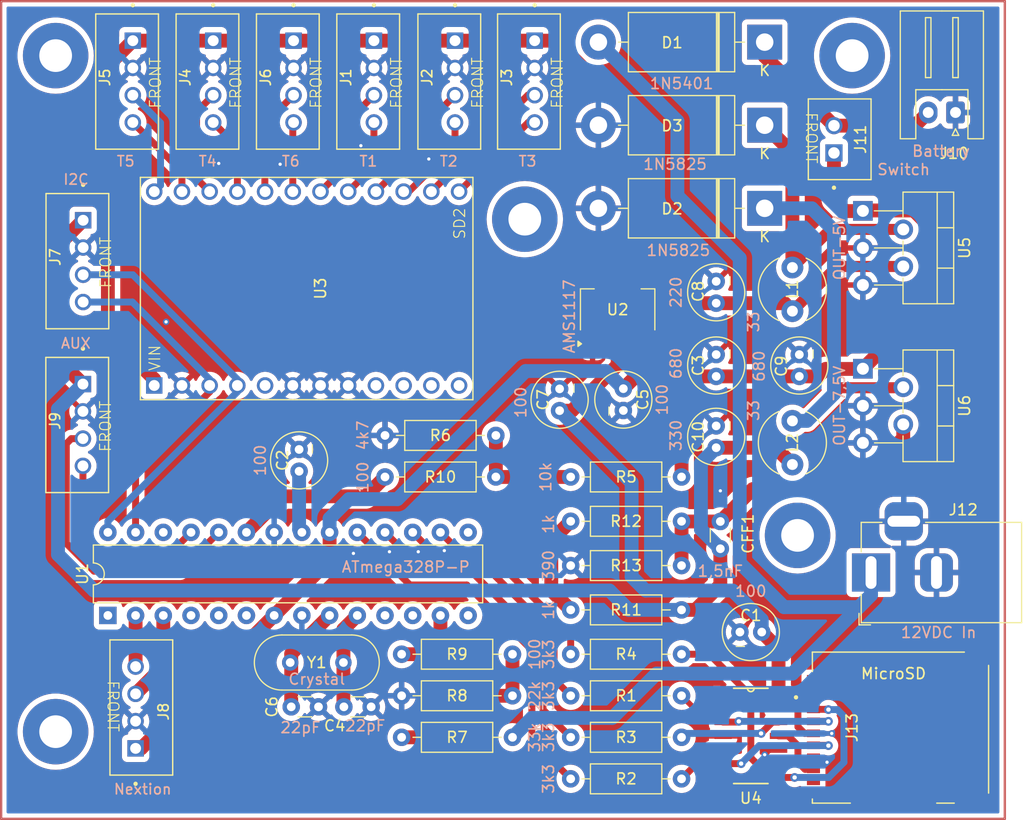
<source format=kicad_pcb>
(kicad_pcb (version 20240108) (generator "pcbnew") (generator_version "8.0")
  (layers (0 "F.Cu" signal) (31 "B.Cu" signal) (34 "B.Paste" user) (35 "F.Paste" user) (36 "B.SilkS" user "B.Silkscreen") (37 "F.SilkS" user "F.Silkscreen") (38 "B.Mask" user) (39 "F.Mask" user) (44 "Edge.Cuts" user))
  (net 0 "")
  (net 1 "Net-(U1-AREF)")
  (net 2 "Net-(U1-XTAL2{slash}PB7)")
  (net 3 "Net-(U1-XTAL1{slash}PB6)")
  (net 4 "3V3DC")
  (net 5 "5VDC")
  (net 6 "Chg_Indicator")
  (net 7 "Net-(U6-FB)")
  (net 8 "Net-(D1-A)")
  (net 9 "Net-(D1-K)")
  (net 10 "Net-(D2-K)")
  (net 11 "CLK")
  (net 12 "Net-(D3-K)")
  (net 14 "MISO")
  (net 15 "Bat_Measure")
  (net 16 "CS")
  (net 18 "RX")
  (net 19 "TX")
  (net 20 "MOSI")
  (net 21 "AUX1")
  (net 24 "Net-(U4-B0)")
  (net 25 "SCL")
  (net 26 "AUX2")
  (net 27 "SDA")
  (net 28 "Net-(U4-B1)")
  (net 29 "Net-(U4-B2)")
  (net 30 "Net-(U4-B3)")
  (net 31 "CLK_L")
  (net 32 "MISO_L")
  (net 33 "CS_L")
  (net 34 "MOSI_L")
  (net 36 "VBatt")
  (net 37 "7V5DC")
  (net 45 "SDA2")
  (net 47 "SDA4")
  (net 48 "SCL5")
  (net 49 "SCL3")
  (net 50 "SCL0")
  (net 51 "SDA1")
  (net 52 "SDA5")
  (net 53 "SCL4")
  (net 54 "SDA3")
  (net 55 "SCL1")
  (net 56 "SCL2")
  (net 57 "SDA0")
  (net 58 "Net-(R10-Pad2)")
  (net 59 "Net-(R7-Pad2)")
  (net 60 "Net-(R11-Pad2)")
  (net 66 "GND")
  (footprint "Project_Fania_Ersa:JST_B4B-XH-A_LF__SN_" (layer "F.Cu") (at 175.205 89.618 90)
    (property "Reference" "J6")
    (property "Value" "T6")
  )
  (footprint "Capacitor_THT:C_Disc_D3.0mm_W1.6mm_P2.50mm" (layer "F.Cu") (at 180.342 146.962)
    (property "Reference" "C4")
    (property "Value" "22pF")
  )
  (footprint "Project_Fania_Ersa:JST_B4B-XH-A_LF__SN_" (layer "F.Cu") (at 160.473 89.618 90)
    (property "Reference" "J5")
    (property "Value" "T5")
  )
  (footprint "Project_Fania_Ersa:SOIC127P600X175-14N" (layer "F.Cu") (at 217.64 149.629)
    (property "Reference" "U4")
    (property "Value" "IC-SD")
  )
  (footprint "Package_DIP:DIP-28_W7.62mm" (layer "F.Cu") (at 158.712 138.58 90)
    (property "Reference" "U1")
    (property "Value" "ATmega328P-P")
  )
  (footprint "Project_Fania_Ersa:JST_B4B-XH-A_LF__SN_" (layer "F.Cu") (at 190.003 89.618 90)
    (property "Reference" "J2")
    (property "Value" "T2")
  )
  (footprint "Resistor_THT:R_Axial_DIN0207_L6.3mm_D2.5mm_P10.16mm_Horizontal" (layer "F.Cu") (at 211.29 138.072 180)
    (property "Reference" "R11")
    (property "Value" "1k")
  )
  (footprint "Inductor_THT:L_Radial_D6.0mm_P4.00mm" (layer "F.Cu") (at 221.45 120.737 -90)
    (property "Reference" "L2")
    (property "Value" "33")
  )
  (footprint "Resistor_THT:R_Axial_DIN0207_L6.3mm_D2.5mm_P10.16mm_Horizontal" (layer "F.Cu") (at 184.112 125.88)
    (property "Reference" "R10")
    (property "Value" "100")
  )
  (footprint "Resistor_THT:R_Axial_DIN0207_L6.3mm_D2.5mm_P10.16mm_Horizontal" (layer "F.Cu") (at 211.29 125.88 180)
    (property "Reference" "R5")
    (property "Value" "10k")
  )
  (footprint "Project_Fania_Ersa:HRS_DM3AT-SF-PEJM5" (layer "F.Cu") (at 231.356 148.867 90)
    (property "Reference" "J13")
    (property "Value" "MicroSD")
  )
  (footprint "Capacitor_THT:C_Disc_D3.0mm_W1.6mm_P2.50mm" (layer "F.Cu") (at 175.516 146.962)
    (property "Reference" "C6")
    (property "Value" "22pF")
  )
  (footprint "Package_TO_SOT_SMD:SOT-223-3_TabPin2" (layer "F.Cu") (at 205.434 110.538 90)
    (property "Reference" "U2")
    (property "Value" "AMS1117")
  )
  (footprint "Project_Fania_Ersa:D_DO-201AD_P15.24mm_Horizontal" (layer "F.Cu") (at 218.91 101.242 180)
    (property "Reference" "D2")
    (property "Value" "1N5825")
  )
  (footprint "Project_Fania_Ersa:JST_B4B-XH-A_LF__SN_" (layer "F.Cu") (at 161.777 147.022 -90)
    (property "Reference" "J8")
    (property "Value" "Nextion")
  )
  (footprint "" (layer "F.Cu") (at 196.9244 102.238)
    (property "Reference" "")
    (property "Value" "")
  )
  (footprint "Capacitor_THT:C_Radial_D5.0mm_H11.0mm_P2.00mm" (layer "F.Cu") (at 214.465 116.657 90)
    (property "Reference" "C3")
    (property "Value" "680")
  )
  (footprint "Resistor_THT:R_Axial_DIN0207_L6.3mm_D2.5mm_P10.16mm_Horizontal" (layer "F.Cu") (at 185.636 142.136)
    (property "Reference" "R9")
    (property "Value" "100")
  )
  (footprint "Resistor_THT:R_Axial_DIN0207_L6.3mm_D2.5mm_P10.16mm_Horizontal" (layer "F.Cu") (at 201.13 153.566)
    (property "Reference" "R2")
    (property "Value" "3k3")
  )
  (footprint "Capacitor_THT:C_Disc_D3.0mm_W1.6mm_P2.50mm" (layer "F.Cu") (at 214.846 132.464 90)
    (property "Reference" "CFF1")
    (property "Value" "1,5nF")
  )
  (footprint "Resistor_THT:R_Axial_DIN0207_L6.3mm_D2.5mm_P10.16mm_Horizontal" (layer "F.Cu") (at 201.13 145.946)
    (property "Reference" "R1")
    (property "Value" "3k3")
  )
  (footprint "Capacitor_THT:C_Radial_D5.0mm_H11.0mm_P2.00mm" (layer "F.Cu") (at 214.465 109.942 90)
    (property "Reference" "C8")
    (property "Value" "220")
  )
  (footprint "Inductor_THT:L_Radial_D6.0mm_P4.00mm" (layer "F.Cu") (at 221.45 106.672 -90)
    (property "Reference" "L1")
    (property "Value" "33")
  )
  (footprint "Resistor_THT:R_Axial_DIN0207_L6.3mm_D2.5mm_P10.16mm_Horizontal" (layer "F.Cu") (at 201.13 129.944)
    (property "Reference" "R12")
    (property "Value" "1k")
  )
  (footprint "Package_TO_SOT_THT:TO-220-5_P3.4x3.7mm_StaggerOdd_Lead3.8mm_Vertical" (layer "F.Cu") (at 227.91 101.476 -90)
    (property "Reference" "U5")
    (property "Value" "OUT-5V")
  )
  (footprint "Connector_JST:JST_XH_S2B-XH-A_1x02_P2.50mm_Horizontal" (layer "F.Cu") (at 236.4 92.4536 180)
    (property "Reference" "J10")
    (property "Value" "Battery")
  )
  (footprint "" (layer "F.Cu") (at 153.9244 149.238)
    (property "Reference" "")
    (property "Value" "")
  )
  (footprint "Project_Fania_Ersa:JST_B4B-XH-A_LF__SN_" (layer "F.Cu") (at 167.839 89.618 90)
    (property "Reference" "J4")
    (property "Value" "T4")
  )
  (footprint "Connector_BarrelJack:BarrelJack_Horizontal" (layer "F.Cu") (at 228.658 134.643 180)
    (property "Reference" "J12")
    (property "Value" "12VDC In")
  )
  (footprint "Resistor_THT:R_Axial_DIN0207_L6.3mm_D2.5mm_P10.16mm_Horizontal" (layer "F.Cu") (at 195.796 149.756 180)
    (property "Reference" "R7")
    (property "Value" "33k")
  )
  (footprint "Capacitor_THT:C_Radial_D5.0mm_H11.0mm_P2.00mm" (layer "F.Cu") (at 200.114 119.8 90)
    (property "Reference" "C7")
    (property "Value" "100")
  )
  (footprint "Capacitor_THT:C_Radial_D5.0mm_H11.0mm_P2.00mm" (layer "F.Cu") (at 214.465 123.197 90)
    (property "Reference" "C10")
    (property "Value" "330")
  )
  (footprint "Project_Fania_Ersa:D_DO-201AD_P15.24mm_Horizontal" (layer "F.Cu") (at 218.91 93.622 180)
    (property "Reference" "D3")
    (property "Value" "1N5825")
  )
  (footprint "Resistor_THT:R_Axial_DIN0207_L6.3mm_D2.5mm_P10.16mm_Horizontal" (layer "F.Cu") (at 201.13 134.008)
    (property "Reference" "R13")
    (property "Value" "390")
  )
  (footprint "Capacitor_THT:C_Radial_D5.0mm_H11.0mm_P2.00mm" (layer "F.Cu") (at 176.238 125.356 90)
    (property "Reference" "C2")
    (property "Value" "100")
  )
  (footprint "Package_TO_SOT_THT:TO-220-5_P3.4x3.7mm_StaggerOdd_Lead3.8mm_Vertical" (layer "F.Cu") (at 227.91 115.954 -90)
    (property "Reference" "U6")
    (property "Value" "OUT-7,5V")
  )
  (footprint "Resistor_THT:R_Axial_DIN0207_L6.3mm_D2.5mm_P10.16mm_Horizontal" (layer "F.Cu") (at 201.13 149.756)
    (property "Reference" "R3")
    (property "Value" "3k3")
  )
  (footprint "Project_Fania_Ersa:JST_B4B-XH-A_LF__SN_" (layer "F.Cu") (at 155.901 121.114 90)
    (property "Reference" "J9")
    (property "Value" "AUX")
  )
  (footprint "Project_Fania_Ersa:JST_B4B-XH-A_LF__SN_" (layer "F.Cu") (at 182.571 89.618 90)
    (property "Reference" "J1")
    (property "Value" "T1")
  )
  (footprint "Capacitor_THT:C_Radial_D5.0mm_H11.0mm_P2.00mm" (layer "F.Cu") (at 218.64 140.104 180)
    (property "Reference" "C1")
    (property "Value" "100")
  )
  (footprint "Resistor_THT:R_Axial_DIN0207_L6.3mm_D2.5mm_P10.16mm_Horizontal" (layer "F.Cu") (at 194.272 122.07 180)
    (property "Reference" "R6")
    (property "Value" "4k7")
  )
  (footprint "Resistor_THT:R_Axial_DIN0207_L6.3mm_D2.5mm_P10.16mm_Horizontal" (layer "F.Cu") (at 201.13 142.136)
    (property "Reference" "R4")
    (property "Value" "3k3")
  )
  (footprint "Project_Fania_Ersa:JST_B2B-XH-A" (layer "F.Cu") (at 225.785 94.912 -90)
    (property "Reference" "J11")
    (property "Value" "Switch")
  )
  (footprint "Project_Fania_Ersa:JST_B4B-XH-A_LF__SN_" (layer "F.Cu") (at 155.918 106.088 90)
    (property "Reference" "J7")
    (property "Value" "I2C")
  )
  (footprint "Project_Fania_Ersa:JST_B4B-XH-A_LF__SN_" (layer "F.Cu") (at 197.303 89.618 90)
    (property "Reference" "J3")
    (property "Value" "T3")
  )
  (footprint "Resistor_THT:R_Axial_DIN0207_L6.3mm_D2.5mm_P10.16mm_Horizontal" (layer "F.Cu") (at 195.796 145.946 180)
    (property "Reference" "R8")
    (property "Value" "22k")
  )
  (footprint "Capacitor_THT:C_Radial_D5.0mm_H11.0mm_P2.00mm" (layer "F.Cu") (at 222.085 116.657 90)
    (property "Reference" "C9")
    (property "Value" "680")
  )
  (footprint "Capacitor_THT:C_Radial_D5.0mm_H11.0mm_P2.00mm" (layer "F.Cu") (at 205.956 117.784 -90)
    (property "Reference" "C5")
    (property "Value" "100")
  )
  (footprint "" (layer "F.Cu") (at 226.9244 87.238)
    (property "Reference" "")
    (property "Value" "")
  )
  (footprint "Crystal:Crystal_HC49-4H_Vertical" (layer "F.Cu") (at 180.302 142.898 180)
    (property "Reference" "Y1")
    (property "Value" "Crystal")
  )
  (footprint "Project_Fania_Ersa:PCA9548A" (layer "F.Cu") (at 178.2 108.6 90)
    (property "Reference" "U3")
    (property "Value" "PCA9548A_Board")
  )
  (footprint "Project_Fania_Ersa:D_DO-201AD_P15.24mm_Horizontal" (layer "F.Cu") (at 218.91 86.002 180)
    (property "Reference" "D1")
    (property "Value" "1N5401")
  )
  (footprint "" (layer "F.Cu") (at 153.9244 87.238)
    (property "Reference" "")
    (property "Value" "")
  )
  (footprint "" (layer "F.Cu") (at 221.9244 131.238)
    (property "Reference" "")
    (property "Value" "")
  )
  (gr_rect (start 148.9244 82.238) (end 240.9244 157.238) (stroke (width 0.2)) (fill none) (layer "F.Cu"))
  (gr_rect (start 148.9244 82.238) (end 240.9244 157.238) (stroke (width 0.05)) (fill none) (layer "Edge.Cuts"))
  (segment (start 176.238 125.356) (end 176.238 130.706) (width 1.27) (layer "B.Cu") (net 1))
  (segment (start 176.238 130.706) (end 176.492 130.96) (width 1.27) (layer "B.Cu") (net 1))
  (segment (start 180.302 146.922) (end 180.302 139.85) (width 1.27) (layer "F.Cu") (net 2))
  (segment (start 180.302 139.85) (end 181.572 138.58) (width 1.27) (layer "F.Cu") (net 2))
  (segment (start 180.342 146.962) (end 180.302 146.922) (width 1.27) (layer "F.Cu") (net 2))
  (segment (start 175.516 146.962) (end 175.516 142.096) (width 1.27) (layer "F.Cu") (net 3))
  (segment (start 175.516 142.096) (end 179.032 138.58) (width 1.27) (layer "F.Cu") (net 3))
  (segment (start 201.24537 119.8) (end 200.114 119.8) (width 1.27) (layer "F.Cu") (net 4))
  (segment (start 223.381 149.392) (end 222.558968 149.392) (width 0.635) (layer "F.Cu") (net 4))
  (segment (start 207.9 94) (end 199.768 85.868) (width 1.27) (layer "F.Cu") (net 4))
  (segment (start 205.434 115.61137) (end 201.24537 119.8) (width 1.27) (layer "F.Cu") (net 4))
  (segment (start 158.712 112.672) (end 162.96 116.92) (width 1.27) (layer "F.Cu") (net 4))
  (segment (start 221.069 145.819) (end 220.18 145.819) (width 0.635) (layer "F.Cu") (net 4))
  (segment (start 160.998 85.868) (end 197.828 85.868) (width 1.27) (layer "F.Cu") (net 4))
  (segment (start 199.768 85.868) (end 197.828 85.868) (width 1.27) (layer "F.Cu") (net 4))
  (segment (start 221.958 148.791032) (end 221.958 146.708) (width 0.635) (layer "F.Cu") (net 4))
  (segment (start 207.9 104.478) (end 207.9 94) (width 1.27) (layer "F.Cu") (net 4))
  (segment (start 162.96 116.92) (end 162.96 117.49) (width 1.27) (layer "F.Cu") (net 4))
  (segment (start 205.434 107.388) (end 205.434 113.688) (width 1.27) (layer "F.Cu") (net 4))
  (segment (start 158.712 88.154) (end 158.712 112.672) (width 1.27) (layer "F.Cu") (net 4))
  (segment (start 221.958 146.708) (end 221.069 145.819) (width 0.635) (layer "F.Cu") (net 4))
  (segment (start 160.998 85.868) (end 158.712 88.154) (width 1.27) (layer "F.Cu") (net 4))
  (segment (start 220.18 141.644) (end 218.64 140.104) (width 1.27) (layer "F.Cu") (net 4))
  (segment (start 222.558968 149.392) (end 221.958 148.791032) (width 0.635) (layer "F.Cu") (net 4))
  (segment (start 220.18 145.819) (end 220.18 141.644) (width 1.27) (layer "F.Cu") (net 4))
  (segment (start 205.434 113.688) (end 205.434 115.61137) (width 1.27) (layer "F.Cu") (net 4))
  (segment (start 204.99 107.388) (end 207.9 104.478) (width 1.27) (layer "F.Cu") (net 4))
  (segment (start 205.434 107.388) (end 204.99 107.388) (width 1.27) (layer "F.Cu") (net 4))
  (segment (start 215.96137 136.294) (end 218.64 138.97263) (width 1.27) (layer "B.Cu") (net 4))
  (segment (start 200.114 119.8) (end 206.718 126.404) (width 1.27) (layer "B.Cu") (net 4))
  (segment (start 206.718 135.024) (end 207.988 136.294) (width 1.27) (layer "B.Cu") (net 4))
  (segment (start 218.64 138.97263) (end 218.64 140.104) (width 1.27) (layer "B.Cu") (net 4))
  (segment (start 207.988 136.294) (end 215.96137 136.294) (width 1.27) (layer "B.Cu") (net 4))
  (segment (start 206.718 126.404) (end 206.718 135.024) (width 1.27) (layer "B.Cu") (net 4))
  (segment (start 231.61 106.576) (end 225.546 106.576) (width 1.016) (layer "F.Cu") (net 5))
  (segment (start 207.734 116.006) (end 205.956 117.784) (width 1.27) (layer "F.Cu") (net 5))
  (segment (start 211.48 109.942) (end 207.734 113.688) (width 1.27) (layer "F.Cu") (net 5))
  (segment (start 207.734 113.688) (end 207.734 116.006) (width 1.27) (layer "F.Cu") (net 5))
  (segment (start 225.546 106.576) (end 221.45 110.672) (width 1.016) (layer "F.Cu") (net 5))
  (segment (start 179.032 133.5) (end 179.032 130.96) (width 1.27) (layer "F.Cu") (net 5))
  (segment (start 214.465 109.942) (end 220.72 109.942) (width 1.27) (layer "F.Cu") (net 5))
  (segment (start 173.952 138.58) (end 179.032 133.5) (width 1.27) (layer "F.Cu") (net 5))
  (segment (start 161.76 150.772) (end 161.252 150.772) (width 1.27) (layer "F.Cu") (net 5))
  (segment (start 220.72 109.942) (end 221.45 110.672) (width 1.27) (layer "F.Cu") (net 5))
  (segment (start 214.465 109.942) (end 211.48 109.942) (width 1.27) (layer "F.Cu") (net 5))
  (segment (start 173.952 138.58) (end 161.76 150.772) (width 1.27) (layer "F.Cu") (net 5))
  (segment (start 204.337 116.165) (end 205.956 117.784) (width 1.27) (layer "B.Cu") (net 5))
  (segment (start 179.032 130.96) (end 179.032 129.69) (width 1.27) (layer "B.Cu") (net 5))
  (segment (start 179.032 129.69) (end 180.81 127.912) (width 1.27) (layer "B.Cu") (net 5))
  (segment (start 185.255 127.912) (end 197.002 116.165) (width 1.27) (layer "B.Cu") (net 5))
  (segment (start 180.81 127.912) (end 185.255 127.912) (width 1.27) (layer "B.Cu") (net 5))
  (segment (start 197.002 116.165) (end 204.337 116.165) (width 1.27) (layer "B.Cu") (net 5))
  (segment (start 189.192 140.612) (end 189.192 138.58) (width 1.27) (layer "F.Cu") (net 6))
  (segment (start 187.668 142.136) (end 189.192 140.612) (width 1.27) (layer "F.Cu") (net 6))
  (segment (start 185.636 142.136) (end 187.668 142.136) (width 1.27) (layer "F.Cu") (net 6))
  (segment (start 217.81 127) (end 214.846 129.964) (width 1.27) (layer "F.Cu") (net 7))
  (segment (start 211.29 134.008) (end 211.29 129.944) (width 1.27) (layer "F.Cu") (net 7))
  (segment (start 226.936792 127) (end 217.81 127) (width 1.27) (layer "F.Cu") (net 7))
  (segment (start 211.31 129.964) (end 211.29 129.944) (width 1.27) (layer "F.Cu") (net 7))
  (segment (start 231.61 121.054) (end 231.61 122.326792) (width 1.27) (layer "F.Cu") (net 7))
  (segment (start 231.61 122.326792) (end 226.936792 127) (width 1.27) (layer "F.Cu") (net 7))
  (segment (start 214.846 129.964) (end 211.31 129.964) (width 1.27) (layer "F.Cu") (net 7))
  (segment (start 221.45 143.914) (end 228.054 137.31) (width 1.27) (layer "B.Cu") (net 8))
  (segment (start 220.688 137.818) (end 216.624 133.754) (width 1.27) (layer "B.Cu") (net 8))
  (segment (start 204.94 147.978) (end 209.004 143.914) (width 1.27) (layer "B.Cu") (net 8))
  (segment (start 228.658 134.643) (end 228.658 136.706) (width 1.27) (layer "B.Cu") (net 8))
  (segment (start 216.624 105.814) (end 210.909 100.099) (width 1.27) (layer "B.Cu") (net 8))
  (segment (start 197.574 147.978) (end 204.94 147.978) (width 1.27) (layer "B.Cu") (net 8))
  (segment (start 195.796 149.756) (end 197.574 147.978) (width 1.27) (layer "B.Cu") (net 8))
  (segment (start 210.909 100.099) (end 210.909 93.241) (width 1.27) (layer "B.Cu") (net 8))
  (segment (start 228.054 137.31) (end 227.546 137.818) (width 1.27) (layer "B.Cu") (net 8))
  (segment (start 209.004 143.914) (end 221.45 143.914) (width 1.27) (layer "B.Cu") (net 8))
  (segment (start 210.909 93.241) (end 203.67 86.002) (width 1.27) (layer "B.Cu") (net 8))
  (segment (start 216.624 133.754) (end 216.624 105.814) (width 1.27) (layer "B.Cu") (net 8))
  (segment (start 227.546 137.818) (end 220.688 137.818) (width 1.27) (layer "B.Cu") (net 8))
  (segment (start 228.658 136.706) (end 228.054 137.31) (width 1.27) (layer "B.Cu") (net 8))
  (segment (start 218.91 87.312) (end 225.26 93.662) (width 1.27) (layer "F.Cu") (net 9))
  (segment (start 225.26 93.662) (end 232.6916 93.662) (width 1.27) (layer "F.Cu") (net 9))
  (segment (start 232.6916 93.662) (end 233.9 92.4536) (width 1.27) (layer "F.Cu") (net 9))
  (segment (start 218.91 86.002) (end 218.91 87.312) (width 1.27) (layer "F.Cu") (net 9))
  (segment (start 231.564 117.7) (end 225.82 117.7) (width 1.016) (layer "F.Cu") (net 10))
  (segment (start 231.61 117.654) (end 231.564 117.7) (width 1.016) (layer "F.Cu") (net 10))
  (segment (start 225.82 117.7) (end 222.783 120.737) (width 1.016) (layer "F.Cu") (net 10))
  (segment (start 222.783 120.737) (end 221.45 120.737) (width 1.016) (layer "F.Cu") (net 10))
  (segment (start 222.783 120.737) (end 221.45 120.737) (width 1.27) (layer "B.Cu") (net 10))
  (segment (start 223.228 101.242) (end 225.26 103.274) (width 1.27) (layer "B.Cu") (net 10))
  (segment (start 218.91 101.242) (end 223.228 101.242) (width 1.27) (layer "B.Cu") (net 10))
  (segment (start 225.26 103.274) (end 225.26 118.26) (width 1.27) (layer "B.Cu") (net 10))
  (segment (start 225.26 118.26) (end 222.783 120.737) (width 1.27) (layer "B.Cu") (net 10))
  (segment (start 181.572 130.96) (end 186.398 135.786) (width 0.635) (layer "F.Cu") (net 11))
  (segment (start 197.574 141.755) (end 197.574 150.01) (width 0.635) (layer "F.Cu") (net 11))
  (segment (start 191.605 135.786) (end 197.574 141.755) (width 0.635) (layer "F.Cu") (net 11))
  (segment (start 186.398 135.786) (end 191.605 135.786) (width 0.635) (layer "F.Cu") (net 11))
  (segment (start 197.574 150.01) (end 201.13 153.566) (width 0.635) (layer "F.Cu") (net 11))
  (segment (start 221.45 96.162) (end 221.45 106.672) (width 1.27) (layer "F.Cu") (net 12))
  (segment (start 231.61 103.176) (end 224.946 103.176) (width 1.016) (layer "F.Cu") (net 12))
  (segment (start 224.946 103.176) (end 221.45 106.672) (width 1.016) (layer "F.Cu") (net 12))
  (segment (start 218.91 93.622) (end 221.45 96.162) (width 1.27) (layer "F.Cu") (net 12))
  (segment (start 192.24 134.77) (end 198.59 141.12) (width 0.635) (layer "F.Cu") (net 14))
  (segment (start 187.922 134.77) (end 192.24 134.77) (width 0.635) (layer "F.Cu") (net 14))
  (segment (start 198.59 147.216) (end 201.13 149.756) (width 0.635) (layer "F.Cu") (net 14))
  (segment (start 198.59 141.12) (end 198.59 147.216) (width 0.635) (layer "F.Cu") (net 14))
  (segment (start 184.112 130.96) (end 187.922 134.77) (width 0.635) (layer "F.Cu") (net 14))
  (segment (start 174.714 127.658) (end 171.412 130.96) (width 1.27) (layer "F.Cu") (net 15))
  (segment (start 182.334 127.658) (end 174.714 127.658) (width 1.27) (layer "F.Cu") (net 15))
  (segment (start 184.112 125.88) (end 182.334 127.658) (width 1.27) (layer "F.Cu") (net 15))
  (segment (start 193.51 132.738) (end 201.13 140.358) (width 0.635) (layer "F.Cu") (net 16))
  (segment (start 190.97 132.738) (end 193.51 132.738) (width 0.635) (layer "F.Cu") (net 16))
  (segment (start 189.192 130.96) (end 190.97 132.738) (width 0.635) (layer "F.Cu") (net 16))
  (segment (start 201.13 140.358) (end 201.13 142.136) (width 0.635) (layer "F.Cu") (net 16))
  (segment (start 161.252 138.58) (end 161.252 143.272) (width 1.27) (layer "F.Cu") (net 18))
  (segment (start 163.792 138.58) (end 163.792 143.232) (width 1.27) (layer "F.Cu") (net 19))
  (segment (start 163.792 143.232) (end 161.252 145.772) (width 1.27) (layer "F.Cu") (net 19))
  (segment (start 193.002 133.754) (end 199.606 140.358) (width 0.635) (layer "F.Cu") (net 20))
  (segment (start 199.606 140.358) (end 199.606 144.422) (width 0.635) (layer "F.Cu") (net 20))
  (segment (start 189.446 133.754) (end 193.002 133.754) (width 0.635) (layer "F.Cu") (net 20))
  (segment (start 186.652 130.96) (end 189.446 133.754) (width 0.635) (layer "F.Cu") (net 20))
  (segment (start 199.606 144.422) (end 201.13 145.946) (width 0.635) (layer "F.Cu") (net 20))
  (segment (start 155.37 122.364) (end 154.902 122.832) (width 0.635) (layer "F.Cu") (net 21))
  (segment (start 157.442 134.516) (end 165.316 134.516) (width 0.635) (layer "F.Cu") (net 21))
  (segment (start 165.316 134.516) (end 168.872 130.96) (width 0.635) (layer "F.Cu") (net 21))
  (segment (start 154.902 122.832) (end 154.902 131.976) (width 0.635) (layer "F.Cu") (net 21))
  (segment (start 154.902 131.976) (end 157.442 134.516) (width 0.635) (layer "F.Cu") (net 21))
  (segment (start 156.426 122.364) (end 155.37 122.364) (width 0.635) (layer "F.Cu") (net 21))
  (segment (start 215.1 147.089) (end 212.433 147.089) (width 0.508) (layer "F.Cu") (net 24))
  (segment (start 212.433 147.089) (end 211.29 145.946) (width 0.508) (layer "F.Cu") (net 24))
  (segment (start 160.998 107.338) (end 170.58 116.92) (width 0.635) (layer "B.Cu") (net 25))
  (segment (start 170.58 116.92) (end 170.58 117.49) (width 0.635) (layer "B.Cu") (net 25))
  (segment (start 170.58 117.49) (end 170.58 118.076) (width 0.635) (layer "B.Cu") (net 25))
  (segment (start 156.443 107.338) (end 160.998 107.338) (width 0.635) (layer "B.Cu") (net 25))
  (segment (start 170.58 118.076) (end 158.712 129.944) (width 0.635) (layer "B.Cu") (net 25))
  (segment (start 158.712 129.944) (end 158.712 130.96) (width 0.635) (layer "B.Cu") (net 25))
  (segment (start 156.426 131.722) (end 157.95 133.246) (width 0.635) (layer "F.Cu") (net 26))
  (segment (start 157.95 133.246) (end 164.046 133.246) (width 0.635) (layer "F.Cu") (net 26))
  (segment (start 164.046 133.246) (end 166.332 130.96) (width 0.635) (layer "F.Cu") (net 26))
  (segment (start 156.426 124.864) (end 156.426 131.722) (width 0.635) (layer "F.Cu") (net 26))
  (segment (start 168.04 117.49) (end 168.04 118.076) (width 0.635) (layer "F.Cu") (net 27))
  (segment (start 168.04 118.076) (end 161.252 124.864) (width 0.635) (layer "F.Cu") (net 27))
  (segment (start 161.252 124.864) (end 161.252 130.96) (width 0.635) (layer "F.Cu") (net 27))
  (segment (start 160.958 109.838) (end 168.04 116.92) (width 0.635) (layer "B.Cu") (net 27))
  (segment (start 156.443 109.838) (end 160.958 109.838) (width 0.635) (layer "B.Cu") (net 27))
  (segment (start 168.04 116.92) (end 168.04 117.49) (width 0.635) (layer "B.Cu") (net 27))
  (segment (start 211.29 153.566) (end 213.957 150.899) (width 0.635) (layer "F.Cu") (net 28))
  (segment (start 213.957 150.899) (end 215.1 150.899) (width 0.635) (layer "F.Cu") (net 28))
  (segment (start 220.18 148.359) (end 219.6212 148.359) (width 0.635) (layer "F.Cu") (net 29))
  (segment (start 219.6212 148.359) (end 218.5798 149.4004) (width 0.635) (layer "F.Cu") (net 29))
  (via (at 218.5798 149.4004) (size 0.8) (drill 0.4) (layers "F.Cu" "B.Cu") (net 29))
  (segment (start 218.5798 149.4004) (end 211.6456 149.4004) (width 0.635) (layer "B.Cu") (net 29))
  (segment (start 211.6456 149.4004) (end 211.29 149.756) (width 0.635) (layer "B.Cu") (net 29))
  (segment (start 217.64 145.946) (end 217.64 151.6356) (width 0.635) (layer "F.Cu") (net 30))
  (segment (start 218.1734 152.169) (end 220.18 152.169) (width 0.635) (layer "F.Cu") (net 30))
  (segment (start 211.29 142.136) (end 213.83 142.136) (width 0.635) (layer "F.Cu") (net 30))
  (segment (start 217.64 151.6356) (end 218.1734 152.169) (width 0.635) (layer "F.Cu") (net 30))
  (segment (start 213.83 142.136) (end 217.64 145.946) (width 0.635) (layer "F.Cu") (net 30))
  (segment (start 223.381 150.492) (end 224.472 150.492) (width 0.635) (layer "F.Cu") (net 31))
  (segment (start 215.1 152.169) (end 216.751 152.169) (width 0.635) (layer "F.Cu") (net 31))
  (via (at 224.752 150.518) (size 0.8) (drill 0.4) (layers "F.Cu" "B.Cu") (net 31))
  (via (at 216.751 152.169) (size 0.8) (drill 0.4) (layers "F.Cu" "B.Cu") (net 31))
  (segment (start 218.402 150.518) (end 216.751 152.169) (width 0.635) (layer "B.Cu") (net 31))
  (segment (start 224.752 150.518) (end 218.402 150.518) (width 0.635) (layer "B.Cu") (net 31))
  (segment (start 221.958 152.042) (end 221.958 150.518) (width 0.635) (layer "F.Cu") (net 32))
  (segment (start 222.608 152.692) (end 221.958 152.042) (width 0.635) (layer "F.Cu") (net 32))
  (segment (start 221.958 150.518) (end 221.069 149.629) (width 0.635) (layer "F.Cu") (net 32))
  (segment (start 223.381 152.692) (end 222.608 152.692) (width 0.635) (layer "F.Cu") (net 32))
  (segment (start 221.069 149.629) (end 220.18 149.629) (width 0.635) (layer "F.Cu") (net 32))
  (segment (start 224.728 147.192) (end 223.381 147.192) (width 0.635) (layer "F.Cu") (net 33))
  (segment (start 221.6532 153.439) (end 220.18 153.439) (width 0.635) (layer "F.Cu") (net 33))
  (segment (start 224.728 147.192) (end 224.474 147.192) (width 0.635) (layer "F.Cu") (net 33))
  (segment (start 224.752 147.216) (end 224.728 147.192) (width 0.635) (layer "F.Cu") (net 33))
  (via (at 224.752 147.216) (size 0.8) (drill 0.4) (layers "F.Cu" "B.Cu") (net 33))
  (via (at 221.6532 153.439) (size 0.8) (drill 0.4) (layers "F.Cu" "B.Cu") (net 33))
  (segment (start 226.1744 147.8256) (end 225.5648 147.216) (width 0.635) (layer "B.Cu") (net 33))
  (segment (start 224.7774 153.439) (end 226.1744 152.042) (width 0.635) (layer "B.Cu") (net 33))
  (segment (start 226.1744 152.042) (end 226.1744 147.8256) (width 0.635) (layer "B.Cu") (net 33))
  (segment (start 225.5648 147.216) (end 224.752 147.216) (width 0.635) (layer "B.Cu") (net 33))
  (segment (start 221.6532 153.439) (end 224.7774 153.439) (width 0.635) (layer "B.Cu") (net 33))
  (segment (start 216.5386 148.292) (end 216.4716 148.359) (width 0.635) (layer "F.Cu") (net 34))
  (segment (start 216.4716 148.359) (end 215.1 148.359) (width 0.635) (layer "F.Cu") (net 34))
  (segment (start 224.752 148.292) (end 223.381 148.292) (width 0.635) (layer "F.Cu") (net 34))
  (via (at 216.5386 148.292) (size 0.8) (drill 0.4) (layers "F.Cu" "B.Cu") (net 34))
  (via (at 224.752 148.292) (size 0.8) (drill 0.4) (layers "F.Cu" "B.Cu") (net 34))
  (segment (start 216.5386 148.292) (end 224.752 148.292) (width 0.635) (layer "B.Cu") (net 34))
  (segment (start 223.815 116.657) (end 222.085 116.657) (width 1.27) (layer "F.Cu") (net 36))
  (segment (start 212.639 116.657) (end 211.29 118.006) (width 1.27) (layer "F.Cu") (net 36))
  (segment (start 232.571 101.441) (end 227.945 101.441) (width 1.27) (layer "F.Cu") (net 36))
  (segment (start 227.89 101.496) (end 226.276 101.496) (width 1.27) (layer "F.Cu") (net 36))
  (segment (start 227.89 115.974) (end 224.498 115.974) (width 1.27) (layer "F.Cu") (net 36))
  (segment (start 234.658 103.528) (end 232.571 101.441) (width 1.27) (layer "F.Cu") (net 36))
  (segment (start 225.26 100.48) (end 225.26 96.162) (width 1.27) (layer "F.Cu") (net 36))
  (segment (start 227.945 101.441) (end 227.91 101.476) (width 1.27) (layer "F.Cu") (net 36))
  (segment (start 226.276 101.496) (end 225.26 100.48) (width 1.27) (layer "F.Cu") (net 36))
  (segment (start 214.465 116.657) (end 212.639 116.657) (width 1.27) (layer "F.Cu") (net 36))
  (segment (start 224.498 115.974) (end 223.815 116.657) (width 1.27) (layer "F.Cu") (net 36))
  (segment (start 227.91 115.954) (end 234.658 109.206) (width 1.27) (layer "F.Cu") (net 36))
  (segment (start 222.085 116.657) (end 214.465 116.657) (width 1.27) (layer "F.Cu") (net 36))
  (segment (start 227.91 101.476) (end 227.89 101.496) (width 1.27) (layer "F.Cu") (net 36))
  (segment (start 234.658 109.206) (end 234.658 103.528) (width 1.27) (layer "F.Cu") (net 36))
  (segment (start 227.91 115.954) (end 227.89 115.974) (width 1.27) (layer "F.Cu") (net 36))
  (segment (start 211.29 118.006) (end 211.29 125.88) (width 1.27) (layer "F.Cu") (net 36))
  (segment (start 219.91 123.197) (end 221.45 124.737) (width 1.27) (layer "F.Cu") (net 37))
  (segment (start 156.426 117.364) (end 154.14 115.078) (width 1.27) (layer "F.Cu") (net 37))
  (segment (start 212.56 138.072) (end 214.846 135.786) (width 1.27) (layer "F.Cu") (net 37))
  (segment (start 211.29 138.072) (end 212.56 138.072) (width 1.27) (layer "F.Cu") (net 37))
  (segment (start 154.14 115.078) (end 154.14 104.641) (width 1.27) (layer "F.Cu") (net 37))
  (segment (start 214.465 123.197) (end 219.91 123.197) (width 1.27) (layer "F.Cu") (net 37))
  (segment (start 154.14 104.641) (end 156.443 102.338) (width 1.27) (layer "F.Cu") (net 37))
  (segment (start 214.846 135.786) (end 214.846 132.464) (width 1.27) (layer "F.Cu") (net 37))
  (segment (start 206.464 138.072) (end 204.686 136.294) (width 1.27) (layer "B.Cu") (net 37))
  (segment (start 154.14 132.992) (end 154.14 119.65) (width 1.27) (layer "B.Cu") (net 37))
  (segment (start 204.686 136.294) (end 157.442 136.294) (width 1.27) (layer "B.Cu") (net 37))
  (segment (start 213.068 124.594) (end 213.068 130.686) (width 1.27) (layer "B.Cu") (net 37))
  (segment (start 213.068 130.686) (end 214.846 132.464) (width 1.27) (layer "B.Cu") (net 37))
  (segment (start 157.442 136.294) (end 154.14 132.992) (width 1.27) (layer "B.Cu") (net 37))
  (segment (start 214.465 123.197) (end 213.068 124.594) (width 1.27) (layer "B.Cu") (net 37))
  (segment (start 211.29 138.072) (end 206.464 138.072) (width 1.27) (layer "B.Cu") (net 37))
  (segment (start 154.14 119.65) (end 156.426 117.364) (width 1.27) (layer "B.Cu") (net 37))
  (segment (start 197.242 93.368) (end 190.9 99.71) (width 0.635) (layer "F.Cu") (net 45))
  (segment (start 197.828 93.368) (end 197.242 93.368) (width 0.635) (layer "F.Cu") (net 45))
  (segment (start 165.5 97.87) (end 160.998 93.368) (width 0.635) (layer "F.Cu") (net 47))
  (segment (start 165.5 99.71) (end 165.5 97.87) (width 0.635) (layer "F.Cu") (net 47))
  (segment (start 173.1 99.69) (end 173.12 99.71) (width 0.635) (layer "F.Cu") (net 48))
  (segment (start 175.73 90.868) (end 173.1 93.498) (width 0.635) (layer "F.Cu") (net 48))
  (segment (start 173.1 93.498) (end 173.1 99.69) (width 0.635) (layer "F.Cu") (net 48))
  (segment (start 167.0525 92.1395) (end 166.84 92.352) (width 0.635) (layer "F.Cu") (net 49))
  (segment (start 168.364 90.868) (end 167.0925 92.1395) (width 0.635) (layer "F.Cu") (net 49))
  (segment (start 167.0925 92.1395) (end 167.0525 92.1395) (width 0.635) (layer "F.Cu") (net 49))
  (segment (start 166.84 92.352) (end 166.84 98.51) (width 0.635) (layer "F.Cu") (net 49))
  (segment (start 166.84 98.51) (end 168.04 99.71) (width 0.635) (layer "F.Cu") (net 49))
  (segment (start 180.4 97.51) (end 180.4 93.564) (width 0.635) (layer "F.Cu") (net 50))
  (segment (start 178.2 99.71) (end 180.4 97.51) (width 0.635) (layer "F.Cu") (net 50))
  (segment (start 180.4 93.564) (end 183.096 90.868) (width 0.635) (layer "F.Cu") (net 50))
  (segment (start 185.82 99.71) (end 186.29212 99.71) (width 0.635) (layer "F.Cu") (net 51))
  (segment (start 186.29212 99.71) (end 190.528 95.47412) (width 0.635) (layer "F.Cu") (net 51))
  (segment (start 190.528 95.47412) (end 190.528 93.368) (width 0.635) (layer "F.Cu") (net 51))
  (segment (start 175.66 93.438) (end 175.66 99.71) (width 0.635) (layer "F.Cu") (net 52))
  (segment (start 175.73 93.368) (end 175.66 93.438) (width 0.635) (layer "F.Cu") (net 52))
  (segment (start 160.998 90.868) (end 163.538 93.408) (width 0.635) (layer "B.Cu") (net 53))
  (segment (start 163.538 99.132) (end 162.96 99.71) (width 0.635) (layer "B.Cu") (net 53))
  (segment (start 163.538 93.408) (end 163.538 99.132) (width 0.635) (layer "B.Cu") (net 53))
  (segment (start 168.364 93.368) (end 170.58 95.584) (width 0.635) (layer "F.Cu") (net 54))
  (segment (start 170.58 95.584) (end 170.58 99.71) (width 0.635) (layer "F.Cu") (net 54))
  (segment (start 188.43 92.966) (end 190.528 90.868) (width 0.635) (layer "F.Cu") (net 55))
  (segment (start 183.28 99.71) (end 188.43 94.56) (width 0.635) (layer "F.Cu") (net 55))
  (segment (start 188.43 94.56) (end 188.43 92.966) (width 0.635) (layer "F.Cu") (net 55))
  (segment (start 197.202 90.868) (end 197.828 90.868) (width 0.635) (layer "F.Cu") (net 56))
  (segment (start 188.36 99.71) (end 197.202 90.868) (width 0.635) (layer "F.Cu") (net 56))
  (segment (start 180.74 99.71) (end 183.096 97.354) (width 0.635) (layer "F.Cu") (net 57))
  (segment (start 183.096 97.354) (end 183.096 93.368) (width 0.635) (layer "F.Cu") (net 57))
  (segment (start 194.272 125.88) (end 194.272 122.07) (width 1.27) (layer "F.Cu") (net 58))
  (segment (start 194.272 125.88) (end 201.13 125.88) (width 1.27) (layer "F.Cu") (net 58))
  (segment (start 195.796 145.946) (end 193.002 145.946) (width 1.27) (layer "F.Cu") (net 59))
  (segment (start 189.192 149.756) (end 185.636 149.756) (width 1.27) (layer "F.Cu") (net 59))
  (segment (start 193.002 145.946) (end 189.192 149.756) (width 1.27) (layer "F.Cu") (net 59))
  (segment (start 195.796 142.136) (end 195.796 145.946) (width 1.27) (layer "F.Cu") (net 59))
  (segment (start 199.352 136.294) (end 201.13 138.072) (width 1.27) (layer "F.Cu") (net 60))
  (segment (start 199.352 131.722) (end 199.352 136.294) (width 1.27) (layer "F.Cu") (net 60))
  (segment (start 201.13 129.944) (end 199.352 131.722) (width 1.27) (layer "F.Cu") (net 60))
  (segment (start 220.18 150.899) (end 219.3625 150.899) (width 0.508) (layer "F.Cu") (net 66))
  (segment (start 219.3625 150.899) (end 218.91 151.3515) (width 0.508) (layer "F.Cu") (net 66))
  (via (at 174.5 97.2) (size 0.6) (drill 0.3) (layers "F.Cu" "B.Cu") (net 66))
  (via (at 181.2164 132.8904) (size 0.6) (drill 0.3) (layers "F.Cu" "B.Cu") (net 66))
  (via (at 218.91 151.3515) (size 0.6) (drill 0.3) (layers "F.Cu" "B.Cu") (net 66))
  (via (at 187.16 132.738) (size 0.6) (drill 0.3) (layers "F.Cu" "B.Cu") (net 66))
  (via (at 224.625 152.042) (size 0.6) (drill 0.3) (layers "F.Cu" "B.Cu") (net 66))
  (via (at 214.846 127.15) (size 0.6) (drill 0.3) (layers "F.Cu" "B.Cu") (net 66))
  (via (at 189.5476 132.6364) (size 0.6) (drill 0.3) (layers "F.Cu" "B.Cu") (net 66))
  (via (at 184.5184 132.738) (size 0.6) (drill 0.3) (layers "F.Cu" "B.Cu") (net 66))
  (via (at 164.046 111.656) (size 0.6) (drill 0.3) (layers "F.Cu" "B.Cu") (net 66))
  (via (at 188.1252 96.7208) (size 0.6) (drill 0.3) (layers "F.Cu" "B.Cu") (net 66))
  (via (at 181.9 95.5) (size 0.6) (drill 0.3) (layers "F.Cu" "B.Cu") (net 66))
  (via (at 225.0568 149.4004) (size 0.6) (drill 0.3) (layers "F.Cu" "B.Cu") (net 66))
  (via (at 168.872 97.1272) (size 0.6) (drill 0.3) (layers "F.Cu" "B.Cu") (net 66))
  (zone (net 66) (net_name "GND") (layers "F&B.Cu") (connect_pads (clearance 0.5)) (min_thickness 0.25) (fill yes (thermal_gap 0.5) (thermal_bridge_width 0.5))
    (polygon (pts (xy 149.314 82.7) (xy 240.5 82.7) (xy 240.5 156.868) (xy 149.314 156.868)))
  )
)
</source>
